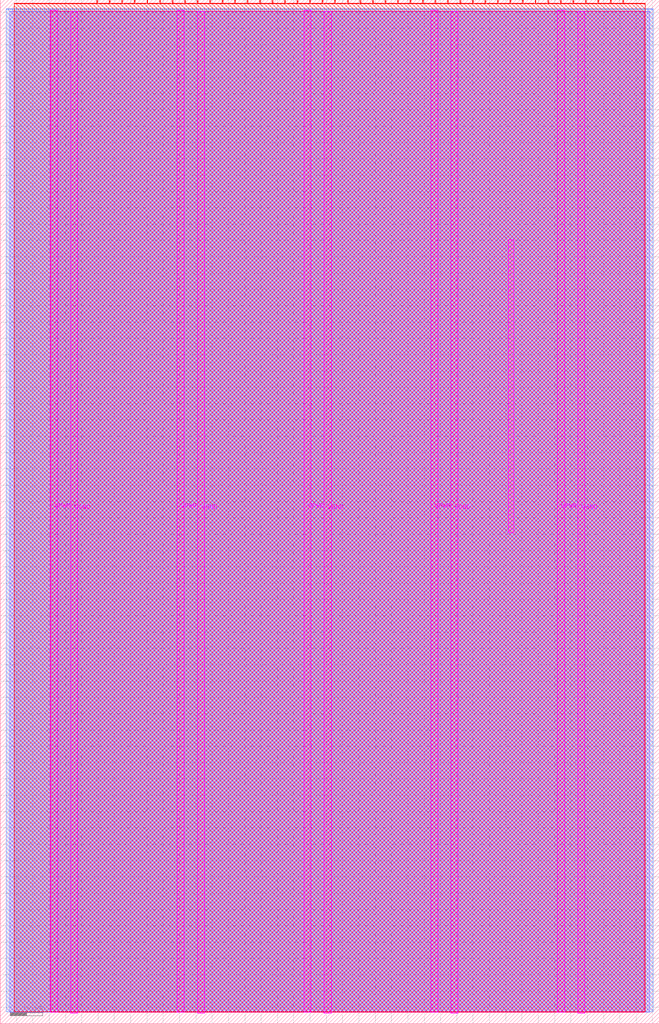
<source format=lef>
VERSION 5.7 ;
  NOWIREEXTENSIONATPIN ON ;
  DIVIDERCHAR "/" ;
  BUSBITCHARS "[]" ;
MACRO tt_um_rebeccargb_vga_pride
  CLASS BLOCK ;
  FOREIGN tt_um_rebeccargb_vga_pride ;
  ORIGIN 0.000 0.000 ;
  SIZE 202.080 BY 313.740 ;
  PIN VGND
    DIRECTION INOUT ;
    USE GROUND ;
    PORT
      LAYER TopMetal1 ;
        RECT 21.580 3.150 23.780 310.180 ;
    END
    PORT
      LAYER TopMetal1 ;
        RECT 60.450 3.150 62.650 310.180 ;
    END
    PORT
      LAYER TopMetal1 ;
        RECT 99.320 3.150 101.520 310.180 ;
    END
    PORT
      LAYER TopMetal1 ;
        RECT 138.190 3.150 140.390 310.180 ;
    END
    PORT
      LAYER TopMetal1 ;
        RECT 177.060 3.150 179.260 310.180 ;
    END
  END VGND
  PIN VPWR
    DIRECTION INOUT ;
    USE POWER ;
    PORT
      LAYER TopMetal1 ;
        RECT 15.380 3.560 17.580 310.590 ;
    END
    PORT
      LAYER TopMetal1 ;
        RECT 54.250 3.560 56.450 310.590 ;
    END
    PORT
      LAYER TopMetal1 ;
        RECT 93.120 3.560 95.320 310.590 ;
    END
    PORT
      LAYER TopMetal1 ;
        RECT 131.990 3.560 134.190 310.590 ;
    END
    PORT
      LAYER TopMetal1 ;
        RECT 170.860 3.560 173.060 310.590 ;
    END
  END VPWR
  PIN clk
    DIRECTION INPUT ;
    USE SIGNAL ;
    ANTENNAGATEAREA 0.725400 ;
    PORT
      LAYER Metal4 ;
        RECT 187.050 312.740 187.350 313.740 ;
    END
  END clk
  PIN ena
    DIRECTION INPUT ;
    USE SIGNAL ;
    PORT
      LAYER Metal4 ;
        RECT 190.890 312.740 191.190 313.740 ;
    END
  END ena
  PIN rst_n
    DIRECTION INPUT ;
    USE SIGNAL ;
    ANTENNAGATEAREA 0.725400 ;
    PORT
      LAYER Metal4 ;
        RECT 183.210 312.740 183.510 313.740 ;
    END
  END rst_n
  PIN ui_in[0]
    DIRECTION INPUT ;
    USE SIGNAL ;
    ANTENNAGATEAREA 0.213200 ;
    PORT
      LAYER Metal4 ;
        RECT 179.370 312.740 179.670 313.740 ;
    END
  END ui_in[0]
  PIN ui_in[1]
    DIRECTION INPUT ;
    USE SIGNAL ;
    PORT
      LAYER Metal4 ;
        RECT 175.530 312.740 175.830 313.740 ;
    END
  END ui_in[1]
  PIN ui_in[2]
    DIRECTION INPUT ;
    USE SIGNAL ;
    PORT
      LAYER Metal4 ;
        RECT 171.690 312.740 171.990 313.740 ;
    END
  END ui_in[2]
  PIN ui_in[3]
    DIRECTION INPUT ;
    USE SIGNAL ;
    PORT
      LAYER Metal4 ;
        RECT 167.850 312.740 168.150 313.740 ;
    END
  END ui_in[3]
  PIN ui_in[4]
    DIRECTION INPUT ;
    USE SIGNAL ;
    ANTENNAGATEAREA 0.180700 ;
    PORT
      LAYER Metal4 ;
        RECT 164.010 312.740 164.310 313.740 ;
    END
  END ui_in[4]
  PIN ui_in[5]
    DIRECTION INPUT ;
    USE SIGNAL ;
    ANTENNAGATEAREA 0.180700 ;
    PORT
      LAYER Metal4 ;
        RECT 160.170 312.740 160.470 313.740 ;
    END
  END ui_in[5]
  PIN ui_in[6]
    DIRECTION INPUT ;
    USE SIGNAL ;
    ANTENNAGATEAREA 0.180700 ;
    PORT
      LAYER Metal4 ;
        RECT 156.330 312.740 156.630 313.740 ;
    END
  END ui_in[6]
  PIN ui_in[7]
    DIRECTION INPUT ;
    USE SIGNAL ;
    ANTENNAGATEAREA 0.180700 ;
    PORT
      LAYER Metal4 ;
        RECT 152.490 312.740 152.790 313.740 ;
    END
  END ui_in[7]
  PIN uio_in[0]
    DIRECTION INPUT ;
    USE SIGNAL ;
    ANTENNAGATEAREA 0.180700 ;
    PORT
      LAYER Metal4 ;
        RECT 148.650 312.740 148.950 313.740 ;
    END
  END uio_in[0]
  PIN uio_in[1]
    DIRECTION INPUT ;
    USE SIGNAL ;
    ANTENNAGATEAREA 0.180700 ;
    PORT
      LAYER Metal4 ;
        RECT 144.810 312.740 145.110 313.740 ;
    END
  END uio_in[1]
  PIN uio_in[2]
    DIRECTION INPUT ;
    USE SIGNAL ;
    ANTENNAGATEAREA 0.180700 ;
    PORT
      LAYER Metal4 ;
        RECT 140.970 312.740 141.270 313.740 ;
    END
  END uio_in[2]
  PIN uio_in[3]
    DIRECTION INPUT ;
    USE SIGNAL ;
    ANTENNAGATEAREA 0.180700 ;
    PORT
      LAYER Metal4 ;
        RECT 137.130 312.740 137.430 313.740 ;
    END
  END uio_in[3]
  PIN uio_in[4]
    DIRECTION INPUT ;
    USE SIGNAL ;
    ANTENNAGATEAREA 0.180700 ;
    PORT
      LAYER Metal4 ;
        RECT 133.290 312.740 133.590 313.740 ;
    END
  END uio_in[4]
  PIN uio_in[5]
    DIRECTION INPUT ;
    USE SIGNAL ;
    ANTENNAGATEAREA 0.180700 ;
    PORT
      LAYER Metal4 ;
        RECT 129.450 312.740 129.750 313.740 ;
    END
  END uio_in[5]
  PIN uio_in[6]
    DIRECTION INPUT ;
    USE SIGNAL ;
    ANTENNAGATEAREA 0.180700 ;
    PORT
      LAYER Metal4 ;
        RECT 125.610 312.740 125.910 313.740 ;
    END
  END uio_in[6]
  PIN uio_in[7]
    DIRECTION INPUT ;
    USE SIGNAL ;
    PORT
      LAYER Metal4 ;
        RECT 121.770 312.740 122.070 313.740 ;
    END
  END uio_in[7]
  PIN uio_oe[0]
    DIRECTION OUTPUT ;
    USE SIGNAL ;
    ANTENNADIFFAREA 0.299200 ;
    PORT
      LAYER Metal4 ;
        RECT 56.490 312.740 56.790 313.740 ;
    END
  END uio_oe[0]
  PIN uio_oe[1]
    DIRECTION OUTPUT ;
    USE SIGNAL ;
    ANTENNADIFFAREA 0.299200 ;
    PORT
      LAYER Metal4 ;
        RECT 52.650 312.740 52.950 313.740 ;
    END
  END uio_oe[1]
  PIN uio_oe[2]
    DIRECTION OUTPUT ;
    USE SIGNAL ;
    ANTENNADIFFAREA 0.299200 ;
    PORT
      LAYER Metal4 ;
        RECT 48.810 312.740 49.110 313.740 ;
    END
  END uio_oe[2]
  PIN uio_oe[3]
    DIRECTION OUTPUT ;
    USE SIGNAL ;
    ANTENNADIFFAREA 0.299200 ;
    PORT
      LAYER Metal4 ;
        RECT 44.970 312.740 45.270 313.740 ;
    END
  END uio_oe[3]
  PIN uio_oe[4]
    DIRECTION OUTPUT ;
    USE SIGNAL ;
    ANTENNADIFFAREA 0.299200 ;
    PORT
      LAYER Metal4 ;
        RECT 41.130 312.740 41.430 313.740 ;
    END
  END uio_oe[4]
  PIN uio_oe[5]
    DIRECTION OUTPUT ;
    USE SIGNAL ;
    ANTENNADIFFAREA 0.299200 ;
    PORT
      LAYER Metal4 ;
        RECT 37.290 312.740 37.590 313.740 ;
    END
  END uio_oe[5]
  PIN uio_oe[6]
    DIRECTION OUTPUT ;
    USE SIGNAL ;
    ANTENNADIFFAREA 0.299200 ;
    PORT
      LAYER Metal4 ;
        RECT 33.450 312.740 33.750 313.740 ;
    END
  END uio_oe[6]
  PIN uio_oe[7]
    DIRECTION OUTPUT ;
    USE SIGNAL ;
    ANTENNADIFFAREA 0.299200 ;
    PORT
      LAYER Metal4 ;
        RECT 29.610 312.740 29.910 313.740 ;
    END
  END uio_oe[7]
  PIN uio_out[0]
    DIRECTION OUTPUT ;
    USE SIGNAL ;
    ANTENNADIFFAREA 0.299200 ;
    PORT
      LAYER Metal4 ;
        RECT 87.210 312.740 87.510 313.740 ;
    END
  END uio_out[0]
  PIN uio_out[1]
    DIRECTION OUTPUT ;
    USE SIGNAL ;
    ANTENNADIFFAREA 0.299200 ;
    PORT
      LAYER Metal4 ;
        RECT 83.370 312.740 83.670 313.740 ;
    END
  END uio_out[1]
  PIN uio_out[2]
    DIRECTION OUTPUT ;
    USE SIGNAL ;
    ANTENNADIFFAREA 0.299200 ;
    PORT
      LAYER Metal4 ;
        RECT 79.530 312.740 79.830 313.740 ;
    END
  END uio_out[2]
  PIN uio_out[3]
    DIRECTION OUTPUT ;
    USE SIGNAL ;
    ANTENNADIFFAREA 0.299200 ;
    PORT
      LAYER Metal4 ;
        RECT 75.690 312.740 75.990 313.740 ;
    END
  END uio_out[3]
  PIN uio_out[4]
    DIRECTION OUTPUT ;
    USE SIGNAL ;
    ANTENNADIFFAREA 0.299200 ;
    PORT
      LAYER Metal4 ;
        RECT 71.850 312.740 72.150 313.740 ;
    END
  END uio_out[4]
  PIN uio_out[5]
    DIRECTION OUTPUT ;
    USE SIGNAL ;
    ANTENNADIFFAREA 0.299200 ;
    PORT
      LAYER Metal4 ;
        RECT 68.010 312.740 68.310 313.740 ;
    END
  END uio_out[5]
  PIN uio_out[6]
    DIRECTION OUTPUT ;
    USE SIGNAL ;
    ANTENNADIFFAREA 0.299200 ;
    PORT
      LAYER Metal4 ;
        RECT 64.170 312.740 64.470 313.740 ;
    END
  END uio_out[6]
  PIN uio_out[7]
    DIRECTION OUTPUT ;
    USE SIGNAL ;
    ANTENNADIFFAREA 0.299200 ;
    PORT
      LAYER Metal4 ;
        RECT 60.330 312.740 60.630 313.740 ;
    END
  END uio_out[7]
  PIN uo_out[0]
    DIRECTION OUTPUT ;
    USE SIGNAL ;
    ANTENNADIFFAREA 0.662000 ;
    PORT
      LAYER Metal4 ;
        RECT 117.930 312.740 118.230 313.740 ;
    END
  END uo_out[0]
  PIN uo_out[1]
    DIRECTION OUTPUT ;
    USE SIGNAL ;
    ANTENNADIFFAREA 0.662000 ;
    PORT
      LAYER Metal4 ;
        RECT 114.090 312.740 114.390 313.740 ;
    END
  END uo_out[1]
  PIN uo_out[2]
    DIRECTION OUTPUT ;
    USE SIGNAL ;
    ANTENNADIFFAREA 0.662000 ;
    PORT
      LAYER Metal4 ;
        RECT 110.250 312.740 110.550 313.740 ;
    END
  END uo_out[2]
  PIN uo_out[3]
    DIRECTION OUTPUT ;
    USE SIGNAL ;
    ANTENNADIFFAREA 0.708600 ;
    PORT
      LAYER Metal4 ;
        RECT 106.410 312.740 106.710 313.740 ;
    END
  END uo_out[3]
  PIN uo_out[4]
    DIRECTION OUTPUT ;
    USE SIGNAL ;
    ANTENNADIFFAREA 0.972800 ;
    PORT
      LAYER Metal4 ;
        RECT 102.570 312.740 102.870 313.740 ;
    END
  END uo_out[4]
  PIN uo_out[5]
    DIRECTION OUTPUT ;
    USE SIGNAL ;
    ANTENNADIFFAREA 0.662000 ;
    PORT
      LAYER Metal4 ;
        RECT 98.730 312.740 99.030 313.740 ;
    END
  END uo_out[5]
  PIN uo_out[6]
    DIRECTION OUTPUT ;
    USE SIGNAL ;
    ANTENNADIFFAREA 0.662000 ;
    PORT
      LAYER Metal4 ;
        RECT 94.890 312.740 95.190 313.740 ;
    END
  END uo_out[6]
  PIN uo_out[7]
    DIRECTION OUTPUT ;
    USE SIGNAL ;
    ANTENNADIFFAREA 0.708600 ;
    PORT
      LAYER Metal4 ;
        RECT 91.050 312.740 91.350 313.740 ;
    END
  END uo_out[7]
  OBS
      LAYER GatPoly ;
        RECT 2.880 3.630 199.200 310.110 ;
      LAYER Metal1 ;
        RECT 2.880 3.560 199.200 310.180 ;
      LAYER Metal2 ;
        RECT 1.815 3.635 200.265 310.945 ;
      LAYER Metal3 ;
        RECT 1.775 3.680 200.305 310.905 ;
      LAYER Metal4 ;
        RECT 4.220 312.530 29.400 312.740 ;
        RECT 30.120 312.530 33.240 312.740 ;
        RECT 33.960 312.530 37.080 312.740 ;
        RECT 37.800 312.530 40.920 312.740 ;
        RECT 41.640 312.530 44.760 312.740 ;
        RECT 45.480 312.530 48.600 312.740 ;
        RECT 49.320 312.530 52.440 312.740 ;
        RECT 53.160 312.530 56.280 312.740 ;
        RECT 57.000 312.530 60.120 312.740 ;
        RECT 60.840 312.530 63.960 312.740 ;
        RECT 64.680 312.530 67.800 312.740 ;
        RECT 68.520 312.530 71.640 312.740 ;
        RECT 72.360 312.530 75.480 312.740 ;
        RECT 76.200 312.530 79.320 312.740 ;
        RECT 80.040 312.530 83.160 312.740 ;
        RECT 83.880 312.530 87.000 312.740 ;
        RECT 87.720 312.530 90.840 312.740 ;
        RECT 91.560 312.530 94.680 312.740 ;
        RECT 95.400 312.530 98.520 312.740 ;
        RECT 99.240 312.530 102.360 312.740 ;
        RECT 103.080 312.530 106.200 312.740 ;
        RECT 106.920 312.530 110.040 312.740 ;
        RECT 110.760 312.530 113.880 312.740 ;
        RECT 114.600 312.530 117.720 312.740 ;
        RECT 118.440 312.530 121.560 312.740 ;
        RECT 122.280 312.530 125.400 312.740 ;
        RECT 126.120 312.530 129.240 312.740 ;
        RECT 129.960 312.530 133.080 312.740 ;
        RECT 133.800 312.530 136.920 312.740 ;
        RECT 137.640 312.530 140.760 312.740 ;
        RECT 141.480 312.530 144.600 312.740 ;
        RECT 145.320 312.530 148.440 312.740 ;
        RECT 149.160 312.530 152.280 312.740 ;
        RECT 153.000 312.530 156.120 312.740 ;
        RECT 156.840 312.530 159.960 312.740 ;
        RECT 160.680 312.530 163.800 312.740 ;
        RECT 164.520 312.530 167.640 312.740 ;
        RECT 168.360 312.530 171.480 312.740 ;
        RECT 172.200 312.530 175.320 312.740 ;
        RECT 176.040 312.530 179.160 312.740 ;
        RECT 179.880 312.530 183.000 312.740 ;
        RECT 183.720 312.530 186.840 312.740 ;
        RECT 187.560 312.530 190.680 312.740 ;
        RECT 191.400 312.530 197.860 312.740 ;
        RECT 4.220 3.635 197.860 312.530 ;
      LAYER Metal5 ;
        RECT 15.515 3.470 197.425 310.270 ;
      LAYER TopMetal1 ;
        RECT 155.860 150.380 157.500 240.220 ;
  END
END tt_um_rebeccargb_vga_pride
END LIBRARY


</source>
